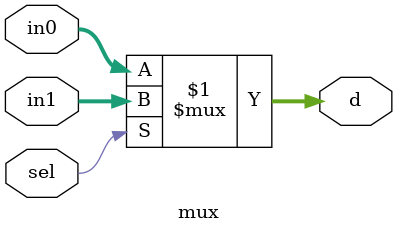
<source format=v>
`timescale 1ns / 100ps

module mux(
    input  wire [31:0] in0,
    input  wire [31:0] in1,
    input  wire        sel,
    output wire [31:0] d
);

    assign d = sel ? in1 : in0;

endmodule

</source>
